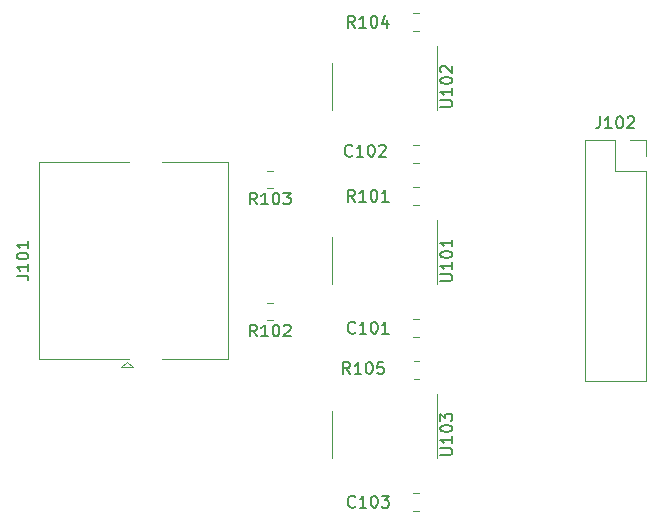
<source format=gbr>
G04 #@! TF.GenerationSoftware,KiCad,Pcbnew,7.0.2-6a45011f42~172~ubuntu22.04.1*
G04 #@! TF.CreationDate,2023-06-19T14:24:24-04:00*
G04 #@! TF.ProjectId,differential_encoder_encoder,64696666-6572-4656-9e74-69616c5f656e,rev?*
G04 #@! TF.SameCoordinates,Original*
G04 #@! TF.FileFunction,Legend,Top*
G04 #@! TF.FilePolarity,Positive*
%FSLAX46Y46*%
G04 Gerber Fmt 4.6, Leading zero omitted, Abs format (unit mm)*
G04 Created by KiCad (PCBNEW 7.0.2-6a45011f42~172~ubuntu22.04.1) date 2023-06-19 14:24:24*
%MOMM*%
%LPD*%
G01*
G04 APERTURE LIST*
%ADD10C,0.150000*%
%ADD11C,0.120000*%
G04 APERTURE END LIST*
D10*
G04 #@! TO.C,U101*
X175938619Y-67500285D02*
X176748142Y-67500285D01*
X176748142Y-67500285D02*
X176843380Y-67452666D01*
X176843380Y-67452666D02*
X176891000Y-67405047D01*
X176891000Y-67405047D02*
X176938619Y-67309809D01*
X176938619Y-67309809D02*
X176938619Y-67119333D01*
X176938619Y-67119333D02*
X176891000Y-67024095D01*
X176891000Y-67024095D02*
X176843380Y-66976476D01*
X176843380Y-66976476D02*
X176748142Y-66928857D01*
X176748142Y-66928857D02*
X175938619Y-66928857D01*
X176938619Y-65928857D02*
X176938619Y-66500285D01*
X176938619Y-66214571D02*
X175938619Y-66214571D01*
X175938619Y-66214571D02*
X176081476Y-66309809D01*
X176081476Y-66309809D02*
X176176714Y-66405047D01*
X176176714Y-66405047D02*
X176224333Y-66500285D01*
X175938619Y-65309809D02*
X175938619Y-65214571D01*
X175938619Y-65214571D02*
X175986238Y-65119333D01*
X175986238Y-65119333D02*
X176033857Y-65071714D01*
X176033857Y-65071714D02*
X176129095Y-65024095D01*
X176129095Y-65024095D02*
X176319571Y-64976476D01*
X176319571Y-64976476D02*
X176557666Y-64976476D01*
X176557666Y-64976476D02*
X176748142Y-65024095D01*
X176748142Y-65024095D02*
X176843380Y-65071714D01*
X176843380Y-65071714D02*
X176891000Y-65119333D01*
X176891000Y-65119333D02*
X176938619Y-65214571D01*
X176938619Y-65214571D02*
X176938619Y-65309809D01*
X176938619Y-65309809D02*
X176891000Y-65405047D01*
X176891000Y-65405047D02*
X176843380Y-65452666D01*
X176843380Y-65452666D02*
X176748142Y-65500285D01*
X176748142Y-65500285D02*
X176557666Y-65547904D01*
X176557666Y-65547904D02*
X176319571Y-65547904D01*
X176319571Y-65547904D02*
X176129095Y-65500285D01*
X176129095Y-65500285D02*
X176033857Y-65452666D01*
X176033857Y-65452666D02*
X175986238Y-65405047D01*
X175986238Y-65405047D02*
X175938619Y-65309809D01*
X176938619Y-64024095D02*
X176938619Y-64595523D01*
X176938619Y-64309809D02*
X175938619Y-64309809D01*
X175938619Y-64309809D02*
X176081476Y-64405047D01*
X176081476Y-64405047D02*
X176176714Y-64500285D01*
X176176714Y-64500285D02*
X176224333Y-64595523D01*
G04 #@! TO.C,J101*
X140074619Y-67067714D02*
X140788904Y-67067714D01*
X140788904Y-67067714D02*
X140931761Y-67115333D01*
X140931761Y-67115333D02*
X141027000Y-67210571D01*
X141027000Y-67210571D02*
X141074619Y-67353428D01*
X141074619Y-67353428D02*
X141074619Y-67448666D01*
X141074619Y-66067714D02*
X141074619Y-66639142D01*
X141074619Y-66353428D02*
X140074619Y-66353428D01*
X140074619Y-66353428D02*
X140217476Y-66448666D01*
X140217476Y-66448666D02*
X140312714Y-66543904D01*
X140312714Y-66543904D02*
X140360333Y-66639142D01*
X140074619Y-65448666D02*
X140074619Y-65353428D01*
X140074619Y-65353428D02*
X140122238Y-65258190D01*
X140122238Y-65258190D02*
X140169857Y-65210571D01*
X140169857Y-65210571D02*
X140265095Y-65162952D01*
X140265095Y-65162952D02*
X140455571Y-65115333D01*
X140455571Y-65115333D02*
X140693666Y-65115333D01*
X140693666Y-65115333D02*
X140884142Y-65162952D01*
X140884142Y-65162952D02*
X140979380Y-65210571D01*
X140979380Y-65210571D02*
X141027000Y-65258190D01*
X141027000Y-65258190D02*
X141074619Y-65353428D01*
X141074619Y-65353428D02*
X141074619Y-65448666D01*
X141074619Y-65448666D02*
X141027000Y-65543904D01*
X141027000Y-65543904D02*
X140979380Y-65591523D01*
X140979380Y-65591523D02*
X140884142Y-65639142D01*
X140884142Y-65639142D02*
X140693666Y-65686761D01*
X140693666Y-65686761D02*
X140455571Y-65686761D01*
X140455571Y-65686761D02*
X140265095Y-65639142D01*
X140265095Y-65639142D02*
X140169857Y-65591523D01*
X140169857Y-65591523D02*
X140122238Y-65543904D01*
X140122238Y-65543904D02*
X140074619Y-65448666D01*
X141074619Y-64162952D02*
X141074619Y-64734380D01*
X141074619Y-64448666D02*
X140074619Y-64448666D01*
X140074619Y-64448666D02*
X140217476Y-64543904D01*
X140217476Y-64543904D02*
X140312714Y-64639142D01*
X140312714Y-64639142D02*
X140360333Y-64734380D01*
G04 #@! TO.C,C102*
X168472852Y-56893580D02*
X168425233Y-56941200D01*
X168425233Y-56941200D02*
X168282376Y-56988819D01*
X168282376Y-56988819D02*
X168187138Y-56988819D01*
X168187138Y-56988819D02*
X168044281Y-56941200D01*
X168044281Y-56941200D02*
X167949043Y-56845961D01*
X167949043Y-56845961D02*
X167901424Y-56750723D01*
X167901424Y-56750723D02*
X167853805Y-56560247D01*
X167853805Y-56560247D02*
X167853805Y-56417390D01*
X167853805Y-56417390D02*
X167901424Y-56226914D01*
X167901424Y-56226914D02*
X167949043Y-56131676D01*
X167949043Y-56131676D02*
X168044281Y-56036438D01*
X168044281Y-56036438D02*
X168187138Y-55988819D01*
X168187138Y-55988819D02*
X168282376Y-55988819D01*
X168282376Y-55988819D02*
X168425233Y-56036438D01*
X168425233Y-56036438D02*
X168472852Y-56084057D01*
X169425233Y-56988819D02*
X168853805Y-56988819D01*
X169139519Y-56988819D02*
X169139519Y-55988819D01*
X169139519Y-55988819D02*
X169044281Y-56131676D01*
X169044281Y-56131676D02*
X168949043Y-56226914D01*
X168949043Y-56226914D02*
X168853805Y-56274533D01*
X170044281Y-55988819D02*
X170139519Y-55988819D01*
X170139519Y-55988819D02*
X170234757Y-56036438D01*
X170234757Y-56036438D02*
X170282376Y-56084057D01*
X170282376Y-56084057D02*
X170329995Y-56179295D01*
X170329995Y-56179295D02*
X170377614Y-56369771D01*
X170377614Y-56369771D02*
X170377614Y-56607866D01*
X170377614Y-56607866D02*
X170329995Y-56798342D01*
X170329995Y-56798342D02*
X170282376Y-56893580D01*
X170282376Y-56893580D02*
X170234757Y-56941200D01*
X170234757Y-56941200D02*
X170139519Y-56988819D01*
X170139519Y-56988819D02*
X170044281Y-56988819D01*
X170044281Y-56988819D02*
X169949043Y-56941200D01*
X169949043Y-56941200D02*
X169901424Y-56893580D01*
X169901424Y-56893580D02*
X169853805Y-56798342D01*
X169853805Y-56798342D02*
X169806186Y-56607866D01*
X169806186Y-56607866D02*
X169806186Y-56369771D01*
X169806186Y-56369771D02*
X169853805Y-56179295D01*
X169853805Y-56179295D02*
X169901424Y-56084057D01*
X169901424Y-56084057D02*
X169949043Y-56036438D01*
X169949043Y-56036438D02*
X170044281Y-55988819D01*
X170758567Y-56084057D02*
X170806186Y-56036438D01*
X170806186Y-56036438D02*
X170901424Y-55988819D01*
X170901424Y-55988819D02*
X171139519Y-55988819D01*
X171139519Y-55988819D02*
X171234757Y-56036438D01*
X171234757Y-56036438D02*
X171282376Y-56084057D01*
X171282376Y-56084057D02*
X171329995Y-56179295D01*
X171329995Y-56179295D02*
X171329995Y-56274533D01*
X171329995Y-56274533D02*
X171282376Y-56417390D01*
X171282376Y-56417390D02*
X170710948Y-56988819D01*
X170710948Y-56988819D02*
X171329995Y-56988819D01*
G04 #@! TO.C,R103*
X160408952Y-61040619D02*
X160075619Y-60564428D01*
X159837524Y-61040619D02*
X159837524Y-60040619D01*
X159837524Y-60040619D02*
X160218476Y-60040619D01*
X160218476Y-60040619D02*
X160313714Y-60088238D01*
X160313714Y-60088238D02*
X160361333Y-60135857D01*
X160361333Y-60135857D02*
X160408952Y-60231095D01*
X160408952Y-60231095D02*
X160408952Y-60373952D01*
X160408952Y-60373952D02*
X160361333Y-60469190D01*
X160361333Y-60469190D02*
X160313714Y-60516809D01*
X160313714Y-60516809D02*
X160218476Y-60564428D01*
X160218476Y-60564428D02*
X159837524Y-60564428D01*
X161361333Y-61040619D02*
X160789905Y-61040619D01*
X161075619Y-61040619D02*
X161075619Y-60040619D01*
X161075619Y-60040619D02*
X160980381Y-60183476D01*
X160980381Y-60183476D02*
X160885143Y-60278714D01*
X160885143Y-60278714D02*
X160789905Y-60326333D01*
X161980381Y-60040619D02*
X162075619Y-60040619D01*
X162075619Y-60040619D02*
X162170857Y-60088238D01*
X162170857Y-60088238D02*
X162218476Y-60135857D01*
X162218476Y-60135857D02*
X162266095Y-60231095D01*
X162266095Y-60231095D02*
X162313714Y-60421571D01*
X162313714Y-60421571D02*
X162313714Y-60659666D01*
X162313714Y-60659666D02*
X162266095Y-60850142D01*
X162266095Y-60850142D02*
X162218476Y-60945380D01*
X162218476Y-60945380D02*
X162170857Y-60993000D01*
X162170857Y-60993000D02*
X162075619Y-61040619D01*
X162075619Y-61040619D02*
X161980381Y-61040619D01*
X161980381Y-61040619D02*
X161885143Y-60993000D01*
X161885143Y-60993000D02*
X161837524Y-60945380D01*
X161837524Y-60945380D02*
X161789905Y-60850142D01*
X161789905Y-60850142D02*
X161742286Y-60659666D01*
X161742286Y-60659666D02*
X161742286Y-60421571D01*
X161742286Y-60421571D02*
X161789905Y-60231095D01*
X161789905Y-60231095D02*
X161837524Y-60135857D01*
X161837524Y-60135857D02*
X161885143Y-60088238D01*
X161885143Y-60088238D02*
X161980381Y-60040619D01*
X162647048Y-60040619D02*
X163266095Y-60040619D01*
X163266095Y-60040619D02*
X162932762Y-60421571D01*
X162932762Y-60421571D02*
X163075619Y-60421571D01*
X163075619Y-60421571D02*
X163170857Y-60469190D01*
X163170857Y-60469190D02*
X163218476Y-60516809D01*
X163218476Y-60516809D02*
X163266095Y-60612047D01*
X163266095Y-60612047D02*
X163266095Y-60850142D01*
X163266095Y-60850142D02*
X163218476Y-60945380D01*
X163218476Y-60945380D02*
X163170857Y-60993000D01*
X163170857Y-60993000D02*
X163075619Y-61040619D01*
X163075619Y-61040619D02*
X162789905Y-61040619D01*
X162789905Y-61040619D02*
X162694667Y-60993000D01*
X162694667Y-60993000D02*
X162647048Y-60945380D01*
G04 #@! TO.C,R102*
X160408952Y-72216619D02*
X160075619Y-71740428D01*
X159837524Y-72216619D02*
X159837524Y-71216619D01*
X159837524Y-71216619D02*
X160218476Y-71216619D01*
X160218476Y-71216619D02*
X160313714Y-71264238D01*
X160313714Y-71264238D02*
X160361333Y-71311857D01*
X160361333Y-71311857D02*
X160408952Y-71407095D01*
X160408952Y-71407095D02*
X160408952Y-71549952D01*
X160408952Y-71549952D02*
X160361333Y-71645190D01*
X160361333Y-71645190D02*
X160313714Y-71692809D01*
X160313714Y-71692809D02*
X160218476Y-71740428D01*
X160218476Y-71740428D02*
X159837524Y-71740428D01*
X161361333Y-72216619D02*
X160789905Y-72216619D01*
X161075619Y-72216619D02*
X161075619Y-71216619D01*
X161075619Y-71216619D02*
X160980381Y-71359476D01*
X160980381Y-71359476D02*
X160885143Y-71454714D01*
X160885143Y-71454714D02*
X160789905Y-71502333D01*
X161980381Y-71216619D02*
X162075619Y-71216619D01*
X162075619Y-71216619D02*
X162170857Y-71264238D01*
X162170857Y-71264238D02*
X162218476Y-71311857D01*
X162218476Y-71311857D02*
X162266095Y-71407095D01*
X162266095Y-71407095D02*
X162313714Y-71597571D01*
X162313714Y-71597571D02*
X162313714Y-71835666D01*
X162313714Y-71835666D02*
X162266095Y-72026142D01*
X162266095Y-72026142D02*
X162218476Y-72121380D01*
X162218476Y-72121380D02*
X162170857Y-72169000D01*
X162170857Y-72169000D02*
X162075619Y-72216619D01*
X162075619Y-72216619D02*
X161980381Y-72216619D01*
X161980381Y-72216619D02*
X161885143Y-72169000D01*
X161885143Y-72169000D02*
X161837524Y-72121380D01*
X161837524Y-72121380D02*
X161789905Y-72026142D01*
X161789905Y-72026142D02*
X161742286Y-71835666D01*
X161742286Y-71835666D02*
X161742286Y-71597571D01*
X161742286Y-71597571D02*
X161789905Y-71407095D01*
X161789905Y-71407095D02*
X161837524Y-71311857D01*
X161837524Y-71311857D02*
X161885143Y-71264238D01*
X161885143Y-71264238D02*
X161980381Y-71216619D01*
X162694667Y-71311857D02*
X162742286Y-71264238D01*
X162742286Y-71264238D02*
X162837524Y-71216619D01*
X162837524Y-71216619D02*
X163075619Y-71216619D01*
X163075619Y-71216619D02*
X163170857Y-71264238D01*
X163170857Y-71264238D02*
X163218476Y-71311857D01*
X163218476Y-71311857D02*
X163266095Y-71407095D01*
X163266095Y-71407095D02*
X163266095Y-71502333D01*
X163266095Y-71502333D02*
X163218476Y-71645190D01*
X163218476Y-71645190D02*
X162647048Y-72216619D01*
X162647048Y-72216619D02*
X163266095Y-72216619D01*
G04 #@! TO.C,R105*
X168298952Y-75392619D02*
X167965619Y-74916428D01*
X167727524Y-75392619D02*
X167727524Y-74392619D01*
X167727524Y-74392619D02*
X168108476Y-74392619D01*
X168108476Y-74392619D02*
X168203714Y-74440238D01*
X168203714Y-74440238D02*
X168251333Y-74487857D01*
X168251333Y-74487857D02*
X168298952Y-74583095D01*
X168298952Y-74583095D02*
X168298952Y-74725952D01*
X168298952Y-74725952D02*
X168251333Y-74821190D01*
X168251333Y-74821190D02*
X168203714Y-74868809D01*
X168203714Y-74868809D02*
X168108476Y-74916428D01*
X168108476Y-74916428D02*
X167727524Y-74916428D01*
X169251333Y-75392619D02*
X168679905Y-75392619D01*
X168965619Y-75392619D02*
X168965619Y-74392619D01*
X168965619Y-74392619D02*
X168870381Y-74535476D01*
X168870381Y-74535476D02*
X168775143Y-74630714D01*
X168775143Y-74630714D02*
X168679905Y-74678333D01*
X169870381Y-74392619D02*
X169965619Y-74392619D01*
X169965619Y-74392619D02*
X170060857Y-74440238D01*
X170060857Y-74440238D02*
X170108476Y-74487857D01*
X170108476Y-74487857D02*
X170156095Y-74583095D01*
X170156095Y-74583095D02*
X170203714Y-74773571D01*
X170203714Y-74773571D02*
X170203714Y-75011666D01*
X170203714Y-75011666D02*
X170156095Y-75202142D01*
X170156095Y-75202142D02*
X170108476Y-75297380D01*
X170108476Y-75297380D02*
X170060857Y-75345000D01*
X170060857Y-75345000D02*
X169965619Y-75392619D01*
X169965619Y-75392619D02*
X169870381Y-75392619D01*
X169870381Y-75392619D02*
X169775143Y-75345000D01*
X169775143Y-75345000D02*
X169727524Y-75297380D01*
X169727524Y-75297380D02*
X169679905Y-75202142D01*
X169679905Y-75202142D02*
X169632286Y-75011666D01*
X169632286Y-75011666D02*
X169632286Y-74773571D01*
X169632286Y-74773571D02*
X169679905Y-74583095D01*
X169679905Y-74583095D02*
X169727524Y-74487857D01*
X169727524Y-74487857D02*
X169775143Y-74440238D01*
X169775143Y-74440238D02*
X169870381Y-74392619D01*
X171108476Y-74392619D02*
X170632286Y-74392619D01*
X170632286Y-74392619D02*
X170584667Y-74868809D01*
X170584667Y-74868809D02*
X170632286Y-74821190D01*
X170632286Y-74821190D02*
X170727524Y-74773571D01*
X170727524Y-74773571D02*
X170965619Y-74773571D01*
X170965619Y-74773571D02*
X171060857Y-74821190D01*
X171060857Y-74821190D02*
X171108476Y-74868809D01*
X171108476Y-74868809D02*
X171156095Y-74964047D01*
X171156095Y-74964047D02*
X171156095Y-75202142D01*
X171156095Y-75202142D02*
X171108476Y-75297380D01*
X171108476Y-75297380D02*
X171060857Y-75345000D01*
X171060857Y-75345000D02*
X170965619Y-75392619D01*
X170965619Y-75392619D02*
X170727524Y-75392619D01*
X170727524Y-75392619D02*
X170632286Y-75345000D01*
X170632286Y-75345000D02*
X170584667Y-75297380D01*
G04 #@! TO.C,U103*
X175938619Y-82232285D02*
X176748142Y-82232285D01*
X176748142Y-82232285D02*
X176843380Y-82184666D01*
X176843380Y-82184666D02*
X176891000Y-82137047D01*
X176891000Y-82137047D02*
X176938619Y-82041809D01*
X176938619Y-82041809D02*
X176938619Y-81851333D01*
X176938619Y-81851333D02*
X176891000Y-81756095D01*
X176891000Y-81756095D02*
X176843380Y-81708476D01*
X176843380Y-81708476D02*
X176748142Y-81660857D01*
X176748142Y-81660857D02*
X175938619Y-81660857D01*
X176938619Y-80660857D02*
X176938619Y-81232285D01*
X176938619Y-80946571D02*
X175938619Y-80946571D01*
X175938619Y-80946571D02*
X176081476Y-81041809D01*
X176081476Y-81041809D02*
X176176714Y-81137047D01*
X176176714Y-81137047D02*
X176224333Y-81232285D01*
X175938619Y-80041809D02*
X175938619Y-79946571D01*
X175938619Y-79946571D02*
X175986238Y-79851333D01*
X175986238Y-79851333D02*
X176033857Y-79803714D01*
X176033857Y-79803714D02*
X176129095Y-79756095D01*
X176129095Y-79756095D02*
X176319571Y-79708476D01*
X176319571Y-79708476D02*
X176557666Y-79708476D01*
X176557666Y-79708476D02*
X176748142Y-79756095D01*
X176748142Y-79756095D02*
X176843380Y-79803714D01*
X176843380Y-79803714D02*
X176891000Y-79851333D01*
X176891000Y-79851333D02*
X176938619Y-79946571D01*
X176938619Y-79946571D02*
X176938619Y-80041809D01*
X176938619Y-80041809D02*
X176891000Y-80137047D01*
X176891000Y-80137047D02*
X176843380Y-80184666D01*
X176843380Y-80184666D02*
X176748142Y-80232285D01*
X176748142Y-80232285D02*
X176557666Y-80279904D01*
X176557666Y-80279904D02*
X176319571Y-80279904D01*
X176319571Y-80279904D02*
X176129095Y-80232285D01*
X176129095Y-80232285D02*
X176033857Y-80184666D01*
X176033857Y-80184666D02*
X175986238Y-80137047D01*
X175986238Y-80137047D02*
X175938619Y-80041809D01*
X175938619Y-79375142D02*
X175938619Y-78756095D01*
X175938619Y-78756095D02*
X176319571Y-79089428D01*
X176319571Y-79089428D02*
X176319571Y-78946571D01*
X176319571Y-78946571D02*
X176367190Y-78851333D01*
X176367190Y-78851333D02*
X176414809Y-78803714D01*
X176414809Y-78803714D02*
X176510047Y-78756095D01*
X176510047Y-78756095D02*
X176748142Y-78756095D01*
X176748142Y-78756095D02*
X176843380Y-78803714D01*
X176843380Y-78803714D02*
X176891000Y-78851333D01*
X176891000Y-78851333D02*
X176938619Y-78946571D01*
X176938619Y-78946571D02*
X176938619Y-79232285D01*
X176938619Y-79232285D02*
X176891000Y-79327523D01*
X176891000Y-79327523D02*
X176843380Y-79375142D01*
G04 #@! TO.C,U102*
X175938619Y-52768285D02*
X176748142Y-52768285D01*
X176748142Y-52768285D02*
X176843380Y-52720666D01*
X176843380Y-52720666D02*
X176891000Y-52673047D01*
X176891000Y-52673047D02*
X176938619Y-52577809D01*
X176938619Y-52577809D02*
X176938619Y-52387333D01*
X176938619Y-52387333D02*
X176891000Y-52292095D01*
X176891000Y-52292095D02*
X176843380Y-52244476D01*
X176843380Y-52244476D02*
X176748142Y-52196857D01*
X176748142Y-52196857D02*
X175938619Y-52196857D01*
X176938619Y-51196857D02*
X176938619Y-51768285D01*
X176938619Y-51482571D02*
X175938619Y-51482571D01*
X175938619Y-51482571D02*
X176081476Y-51577809D01*
X176081476Y-51577809D02*
X176176714Y-51673047D01*
X176176714Y-51673047D02*
X176224333Y-51768285D01*
X175938619Y-50577809D02*
X175938619Y-50482571D01*
X175938619Y-50482571D02*
X175986238Y-50387333D01*
X175986238Y-50387333D02*
X176033857Y-50339714D01*
X176033857Y-50339714D02*
X176129095Y-50292095D01*
X176129095Y-50292095D02*
X176319571Y-50244476D01*
X176319571Y-50244476D02*
X176557666Y-50244476D01*
X176557666Y-50244476D02*
X176748142Y-50292095D01*
X176748142Y-50292095D02*
X176843380Y-50339714D01*
X176843380Y-50339714D02*
X176891000Y-50387333D01*
X176891000Y-50387333D02*
X176938619Y-50482571D01*
X176938619Y-50482571D02*
X176938619Y-50577809D01*
X176938619Y-50577809D02*
X176891000Y-50673047D01*
X176891000Y-50673047D02*
X176843380Y-50720666D01*
X176843380Y-50720666D02*
X176748142Y-50768285D01*
X176748142Y-50768285D02*
X176557666Y-50815904D01*
X176557666Y-50815904D02*
X176319571Y-50815904D01*
X176319571Y-50815904D02*
X176129095Y-50768285D01*
X176129095Y-50768285D02*
X176033857Y-50720666D01*
X176033857Y-50720666D02*
X175986238Y-50673047D01*
X175986238Y-50673047D02*
X175938619Y-50577809D01*
X176033857Y-49863523D02*
X175986238Y-49815904D01*
X175986238Y-49815904D02*
X175938619Y-49720666D01*
X175938619Y-49720666D02*
X175938619Y-49482571D01*
X175938619Y-49482571D02*
X175986238Y-49387333D01*
X175986238Y-49387333D02*
X176033857Y-49339714D01*
X176033857Y-49339714D02*
X176129095Y-49292095D01*
X176129095Y-49292095D02*
X176224333Y-49292095D01*
X176224333Y-49292095D02*
X176367190Y-49339714D01*
X176367190Y-49339714D02*
X176938619Y-49911142D01*
X176938619Y-49911142D02*
X176938619Y-49292095D01*
G04 #@! TO.C,R104*
X168705352Y-46066819D02*
X168372019Y-45590628D01*
X168133924Y-46066819D02*
X168133924Y-45066819D01*
X168133924Y-45066819D02*
X168514876Y-45066819D01*
X168514876Y-45066819D02*
X168610114Y-45114438D01*
X168610114Y-45114438D02*
X168657733Y-45162057D01*
X168657733Y-45162057D02*
X168705352Y-45257295D01*
X168705352Y-45257295D02*
X168705352Y-45400152D01*
X168705352Y-45400152D02*
X168657733Y-45495390D01*
X168657733Y-45495390D02*
X168610114Y-45543009D01*
X168610114Y-45543009D02*
X168514876Y-45590628D01*
X168514876Y-45590628D02*
X168133924Y-45590628D01*
X169657733Y-46066819D02*
X169086305Y-46066819D01*
X169372019Y-46066819D02*
X169372019Y-45066819D01*
X169372019Y-45066819D02*
X169276781Y-45209676D01*
X169276781Y-45209676D02*
X169181543Y-45304914D01*
X169181543Y-45304914D02*
X169086305Y-45352533D01*
X170276781Y-45066819D02*
X170372019Y-45066819D01*
X170372019Y-45066819D02*
X170467257Y-45114438D01*
X170467257Y-45114438D02*
X170514876Y-45162057D01*
X170514876Y-45162057D02*
X170562495Y-45257295D01*
X170562495Y-45257295D02*
X170610114Y-45447771D01*
X170610114Y-45447771D02*
X170610114Y-45685866D01*
X170610114Y-45685866D02*
X170562495Y-45876342D01*
X170562495Y-45876342D02*
X170514876Y-45971580D01*
X170514876Y-45971580D02*
X170467257Y-46019200D01*
X170467257Y-46019200D02*
X170372019Y-46066819D01*
X170372019Y-46066819D02*
X170276781Y-46066819D01*
X170276781Y-46066819D02*
X170181543Y-46019200D01*
X170181543Y-46019200D02*
X170133924Y-45971580D01*
X170133924Y-45971580D02*
X170086305Y-45876342D01*
X170086305Y-45876342D02*
X170038686Y-45685866D01*
X170038686Y-45685866D02*
X170038686Y-45447771D01*
X170038686Y-45447771D02*
X170086305Y-45257295D01*
X170086305Y-45257295D02*
X170133924Y-45162057D01*
X170133924Y-45162057D02*
X170181543Y-45114438D01*
X170181543Y-45114438D02*
X170276781Y-45066819D01*
X171467257Y-45400152D02*
X171467257Y-46066819D01*
X171229162Y-45019200D02*
X170991067Y-45733485D01*
X170991067Y-45733485D02*
X171610114Y-45733485D01*
G04 #@! TO.C,C103*
X168726852Y-86611580D02*
X168679233Y-86659200D01*
X168679233Y-86659200D02*
X168536376Y-86706819D01*
X168536376Y-86706819D02*
X168441138Y-86706819D01*
X168441138Y-86706819D02*
X168298281Y-86659200D01*
X168298281Y-86659200D02*
X168203043Y-86563961D01*
X168203043Y-86563961D02*
X168155424Y-86468723D01*
X168155424Y-86468723D02*
X168107805Y-86278247D01*
X168107805Y-86278247D02*
X168107805Y-86135390D01*
X168107805Y-86135390D02*
X168155424Y-85944914D01*
X168155424Y-85944914D02*
X168203043Y-85849676D01*
X168203043Y-85849676D02*
X168298281Y-85754438D01*
X168298281Y-85754438D02*
X168441138Y-85706819D01*
X168441138Y-85706819D02*
X168536376Y-85706819D01*
X168536376Y-85706819D02*
X168679233Y-85754438D01*
X168679233Y-85754438D02*
X168726852Y-85802057D01*
X169679233Y-86706819D02*
X169107805Y-86706819D01*
X169393519Y-86706819D02*
X169393519Y-85706819D01*
X169393519Y-85706819D02*
X169298281Y-85849676D01*
X169298281Y-85849676D02*
X169203043Y-85944914D01*
X169203043Y-85944914D02*
X169107805Y-85992533D01*
X170298281Y-85706819D02*
X170393519Y-85706819D01*
X170393519Y-85706819D02*
X170488757Y-85754438D01*
X170488757Y-85754438D02*
X170536376Y-85802057D01*
X170536376Y-85802057D02*
X170583995Y-85897295D01*
X170583995Y-85897295D02*
X170631614Y-86087771D01*
X170631614Y-86087771D02*
X170631614Y-86325866D01*
X170631614Y-86325866D02*
X170583995Y-86516342D01*
X170583995Y-86516342D02*
X170536376Y-86611580D01*
X170536376Y-86611580D02*
X170488757Y-86659200D01*
X170488757Y-86659200D02*
X170393519Y-86706819D01*
X170393519Y-86706819D02*
X170298281Y-86706819D01*
X170298281Y-86706819D02*
X170203043Y-86659200D01*
X170203043Y-86659200D02*
X170155424Y-86611580D01*
X170155424Y-86611580D02*
X170107805Y-86516342D01*
X170107805Y-86516342D02*
X170060186Y-86325866D01*
X170060186Y-86325866D02*
X170060186Y-86087771D01*
X170060186Y-86087771D02*
X170107805Y-85897295D01*
X170107805Y-85897295D02*
X170155424Y-85802057D01*
X170155424Y-85802057D02*
X170203043Y-85754438D01*
X170203043Y-85754438D02*
X170298281Y-85706819D01*
X170964948Y-85706819D02*
X171583995Y-85706819D01*
X171583995Y-85706819D02*
X171250662Y-86087771D01*
X171250662Y-86087771D02*
X171393519Y-86087771D01*
X171393519Y-86087771D02*
X171488757Y-86135390D01*
X171488757Y-86135390D02*
X171536376Y-86183009D01*
X171536376Y-86183009D02*
X171583995Y-86278247D01*
X171583995Y-86278247D02*
X171583995Y-86516342D01*
X171583995Y-86516342D02*
X171536376Y-86611580D01*
X171536376Y-86611580D02*
X171488757Y-86659200D01*
X171488757Y-86659200D02*
X171393519Y-86706819D01*
X171393519Y-86706819D02*
X171107805Y-86706819D01*
X171107805Y-86706819D02*
X171012567Y-86659200D01*
X171012567Y-86659200D02*
X170964948Y-86611580D01*
G04 #@! TO.C,R101*
X168705352Y-60798819D02*
X168372019Y-60322628D01*
X168133924Y-60798819D02*
X168133924Y-59798819D01*
X168133924Y-59798819D02*
X168514876Y-59798819D01*
X168514876Y-59798819D02*
X168610114Y-59846438D01*
X168610114Y-59846438D02*
X168657733Y-59894057D01*
X168657733Y-59894057D02*
X168705352Y-59989295D01*
X168705352Y-59989295D02*
X168705352Y-60132152D01*
X168705352Y-60132152D02*
X168657733Y-60227390D01*
X168657733Y-60227390D02*
X168610114Y-60275009D01*
X168610114Y-60275009D02*
X168514876Y-60322628D01*
X168514876Y-60322628D02*
X168133924Y-60322628D01*
X169657733Y-60798819D02*
X169086305Y-60798819D01*
X169372019Y-60798819D02*
X169372019Y-59798819D01*
X169372019Y-59798819D02*
X169276781Y-59941676D01*
X169276781Y-59941676D02*
X169181543Y-60036914D01*
X169181543Y-60036914D02*
X169086305Y-60084533D01*
X170276781Y-59798819D02*
X170372019Y-59798819D01*
X170372019Y-59798819D02*
X170467257Y-59846438D01*
X170467257Y-59846438D02*
X170514876Y-59894057D01*
X170514876Y-59894057D02*
X170562495Y-59989295D01*
X170562495Y-59989295D02*
X170610114Y-60179771D01*
X170610114Y-60179771D02*
X170610114Y-60417866D01*
X170610114Y-60417866D02*
X170562495Y-60608342D01*
X170562495Y-60608342D02*
X170514876Y-60703580D01*
X170514876Y-60703580D02*
X170467257Y-60751200D01*
X170467257Y-60751200D02*
X170372019Y-60798819D01*
X170372019Y-60798819D02*
X170276781Y-60798819D01*
X170276781Y-60798819D02*
X170181543Y-60751200D01*
X170181543Y-60751200D02*
X170133924Y-60703580D01*
X170133924Y-60703580D02*
X170086305Y-60608342D01*
X170086305Y-60608342D02*
X170038686Y-60417866D01*
X170038686Y-60417866D02*
X170038686Y-60179771D01*
X170038686Y-60179771D02*
X170086305Y-59989295D01*
X170086305Y-59989295D02*
X170133924Y-59894057D01*
X170133924Y-59894057D02*
X170181543Y-59846438D01*
X170181543Y-59846438D02*
X170276781Y-59798819D01*
X171562495Y-60798819D02*
X170991067Y-60798819D01*
X171276781Y-60798819D02*
X171276781Y-59798819D01*
X171276781Y-59798819D02*
X171181543Y-59941676D01*
X171181543Y-59941676D02*
X171086305Y-60036914D01*
X171086305Y-60036914D02*
X170991067Y-60084533D01*
G04 #@! TO.C,J102*
X189468285Y-53588619D02*
X189468285Y-54302904D01*
X189468285Y-54302904D02*
X189420666Y-54445761D01*
X189420666Y-54445761D02*
X189325428Y-54541000D01*
X189325428Y-54541000D02*
X189182571Y-54588619D01*
X189182571Y-54588619D02*
X189087333Y-54588619D01*
X190468285Y-54588619D02*
X189896857Y-54588619D01*
X190182571Y-54588619D02*
X190182571Y-53588619D01*
X190182571Y-53588619D02*
X190087333Y-53731476D01*
X190087333Y-53731476D02*
X189992095Y-53826714D01*
X189992095Y-53826714D02*
X189896857Y-53874333D01*
X191087333Y-53588619D02*
X191182571Y-53588619D01*
X191182571Y-53588619D02*
X191277809Y-53636238D01*
X191277809Y-53636238D02*
X191325428Y-53683857D01*
X191325428Y-53683857D02*
X191373047Y-53779095D01*
X191373047Y-53779095D02*
X191420666Y-53969571D01*
X191420666Y-53969571D02*
X191420666Y-54207666D01*
X191420666Y-54207666D02*
X191373047Y-54398142D01*
X191373047Y-54398142D02*
X191325428Y-54493380D01*
X191325428Y-54493380D02*
X191277809Y-54541000D01*
X191277809Y-54541000D02*
X191182571Y-54588619D01*
X191182571Y-54588619D02*
X191087333Y-54588619D01*
X191087333Y-54588619D02*
X190992095Y-54541000D01*
X190992095Y-54541000D02*
X190944476Y-54493380D01*
X190944476Y-54493380D02*
X190896857Y-54398142D01*
X190896857Y-54398142D02*
X190849238Y-54207666D01*
X190849238Y-54207666D02*
X190849238Y-53969571D01*
X190849238Y-53969571D02*
X190896857Y-53779095D01*
X190896857Y-53779095D02*
X190944476Y-53683857D01*
X190944476Y-53683857D02*
X190992095Y-53636238D01*
X190992095Y-53636238D02*
X191087333Y-53588619D01*
X191801619Y-53683857D02*
X191849238Y-53636238D01*
X191849238Y-53636238D02*
X191944476Y-53588619D01*
X191944476Y-53588619D02*
X192182571Y-53588619D01*
X192182571Y-53588619D02*
X192277809Y-53636238D01*
X192277809Y-53636238D02*
X192325428Y-53683857D01*
X192325428Y-53683857D02*
X192373047Y-53779095D01*
X192373047Y-53779095D02*
X192373047Y-53874333D01*
X192373047Y-53874333D02*
X192325428Y-54017190D01*
X192325428Y-54017190D02*
X191754000Y-54588619D01*
X191754000Y-54588619D02*
X192373047Y-54588619D01*
G04 #@! TO.C,C101*
X168726852Y-71879580D02*
X168679233Y-71927200D01*
X168679233Y-71927200D02*
X168536376Y-71974819D01*
X168536376Y-71974819D02*
X168441138Y-71974819D01*
X168441138Y-71974819D02*
X168298281Y-71927200D01*
X168298281Y-71927200D02*
X168203043Y-71831961D01*
X168203043Y-71831961D02*
X168155424Y-71736723D01*
X168155424Y-71736723D02*
X168107805Y-71546247D01*
X168107805Y-71546247D02*
X168107805Y-71403390D01*
X168107805Y-71403390D02*
X168155424Y-71212914D01*
X168155424Y-71212914D02*
X168203043Y-71117676D01*
X168203043Y-71117676D02*
X168298281Y-71022438D01*
X168298281Y-71022438D02*
X168441138Y-70974819D01*
X168441138Y-70974819D02*
X168536376Y-70974819D01*
X168536376Y-70974819D02*
X168679233Y-71022438D01*
X168679233Y-71022438D02*
X168726852Y-71070057D01*
X169679233Y-71974819D02*
X169107805Y-71974819D01*
X169393519Y-71974819D02*
X169393519Y-70974819D01*
X169393519Y-70974819D02*
X169298281Y-71117676D01*
X169298281Y-71117676D02*
X169203043Y-71212914D01*
X169203043Y-71212914D02*
X169107805Y-71260533D01*
X170298281Y-70974819D02*
X170393519Y-70974819D01*
X170393519Y-70974819D02*
X170488757Y-71022438D01*
X170488757Y-71022438D02*
X170536376Y-71070057D01*
X170536376Y-71070057D02*
X170583995Y-71165295D01*
X170583995Y-71165295D02*
X170631614Y-71355771D01*
X170631614Y-71355771D02*
X170631614Y-71593866D01*
X170631614Y-71593866D02*
X170583995Y-71784342D01*
X170583995Y-71784342D02*
X170536376Y-71879580D01*
X170536376Y-71879580D02*
X170488757Y-71927200D01*
X170488757Y-71927200D02*
X170393519Y-71974819D01*
X170393519Y-71974819D02*
X170298281Y-71974819D01*
X170298281Y-71974819D02*
X170203043Y-71927200D01*
X170203043Y-71927200D02*
X170155424Y-71879580D01*
X170155424Y-71879580D02*
X170107805Y-71784342D01*
X170107805Y-71784342D02*
X170060186Y-71593866D01*
X170060186Y-71593866D02*
X170060186Y-71355771D01*
X170060186Y-71355771D02*
X170107805Y-71165295D01*
X170107805Y-71165295D02*
X170155424Y-71070057D01*
X170155424Y-71070057D02*
X170203043Y-71022438D01*
X170203043Y-71022438D02*
X170298281Y-70974819D01*
X171583995Y-71974819D02*
X171012567Y-71974819D01*
X171298281Y-71974819D02*
X171298281Y-70974819D01*
X171298281Y-70974819D02*
X171203043Y-71117676D01*
X171203043Y-71117676D02*
X171107805Y-71212914D01*
X171107805Y-71212914D02*
X171012567Y-71260533D01*
D11*
G04 #@! TO.C,U101*
X175631000Y-65786000D02*
X175631000Y-62336000D01*
X175631000Y-65786000D02*
X175631000Y-67736000D01*
X166761000Y-65786000D02*
X166761000Y-63836000D01*
X166761000Y-65786000D02*
X166761000Y-67736000D01*
G04 #@! TO.C,J101*
X148912000Y-74842000D02*
X149412000Y-74342000D01*
X149912000Y-74842000D02*
X148912000Y-74842000D01*
X149412000Y-74342000D02*
X149912000Y-74842000D01*
X142002000Y-74147000D02*
X149612000Y-74147000D01*
X142002000Y-74147000D02*
X142002000Y-57417000D01*
X157972000Y-74147000D02*
X152412000Y-74147000D01*
X157972000Y-74147000D02*
X157972000Y-57417000D01*
X142002000Y-57417000D02*
X149612000Y-57417000D01*
X157972000Y-57417000D02*
X152412000Y-57417000D01*
G04 #@! TO.C,C102*
X174171152Y-57515200D02*
X173648648Y-57515200D01*
X174171152Y-56045200D02*
X173648648Y-56045200D01*
G04 #@! TO.C,R103*
X161755064Y-59663000D02*
X161300936Y-59663000D01*
X161755064Y-58193000D02*
X161300936Y-58193000D01*
G04 #@! TO.C,R102*
X161755064Y-70839000D02*
X161300936Y-70839000D01*
X161755064Y-69369000D02*
X161300936Y-69369000D01*
G04 #@! TO.C,R105*
X174131464Y-75803200D02*
X173677336Y-75803200D01*
X174131464Y-74333200D02*
X173677336Y-74333200D01*
G04 #@! TO.C,U103*
X175631000Y-80518000D02*
X175631000Y-77068000D01*
X175631000Y-80518000D02*
X175631000Y-82468000D01*
X166761000Y-80518000D02*
X166761000Y-78568000D01*
X166761000Y-80518000D02*
X166761000Y-82468000D01*
G04 #@! TO.C,U102*
X175631000Y-51054000D02*
X175631000Y-47604000D01*
X175631000Y-51054000D02*
X175631000Y-53004000D01*
X166761000Y-51054000D02*
X166761000Y-49104000D01*
X166761000Y-51054000D02*
X166761000Y-53004000D01*
G04 #@! TO.C,R104*
X174115464Y-46339200D02*
X173661336Y-46339200D01*
X174115464Y-44869200D02*
X173661336Y-44869200D01*
G04 #@! TO.C,C103*
X174171152Y-86979200D02*
X173648648Y-86979200D01*
X174171152Y-85509200D02*
X173648648Y-85509200D01*
G04 #@! TO.C,R101*
X174115464Y-61071200D02*
X173661336Y-61071200D01*
X174115464Y-59601200D02*
X173661336Y-59601200D01*
G04 #@! TO.C,J102*
X188154000Y-55566000D02*
X188154000Y-76006000D01*
X188154000Y-55566000D02*
X190754000Y-55566000D01*
X188154000Y-76006000D02*
X193354000Y-76006000D01*
X190754000Y-55566000D02*
X190754000Y-58166000D01*
X190754000Y-58166000D02*
X193354000Y-58166000D01*
X192024000Y-55566000D02*
X193354000Y-55566000D01*
X193354000Y-55566000D02*
X193354000Y-56896000D01*
X193354000Y-58166000D02*
X193354000Y-76006000D01*
G04 #@! TO.C,C101*
X174171152Y-72247200D02*
X173648648Y-72247200D01*
X174171152Y-70777200D02*
X173648648Y-70777200D01*
G04 #@! TD*
M02*

</source>
